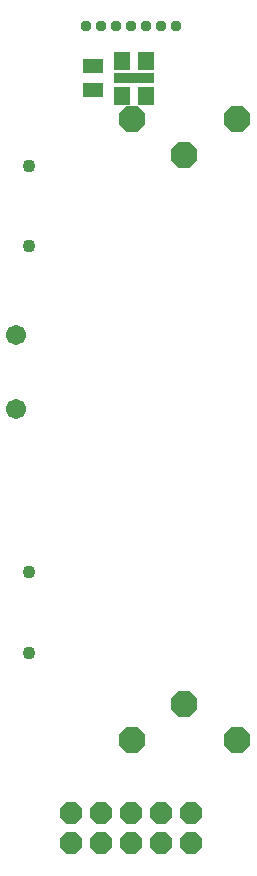
<source format=gbs>
G75*
%MOIN*%
%OFA0B0*%
%FSLAX25Y25*%
%IPPOS*%
%LPD*%
%AMOC8*
5,1,8,0,0,1.08239X$1,22.5*
%
%ADD10OC8,0.07400*%
%ADD11OC8,0.03360*%
%ADD12C,0.06706*%
%ADD13OC8,0.08600*%
%ADD14R,0.06800X0.04600*%
%ADD15R,0.13398X0.03556*%
%ADD16R,0.05328X0.05918*%
%ADD17C,0.04343*%
D10*
X0094504Y0066197D03*
X0094504Y0076197D03*
X0104504Y0076197D03*
X0104504Y0066197D03*
X0114504Y0066197D03*
X0114504Y0076197D03*
X0124504Y0076197D03*
X0124504Y0066197D03*
X0134504Y0066197D03*
X0134504Y0076197D03*
D11*
X0129504Y0338559D03*
X0124504Y0338559D03*
X0119504Y0338559D03*
X0114504Y0338559D03*
X0109504Y0338559D03*
X0104504Y0338559D03*
X0099504Y0338559D03*
D12*
X0076118Y0235567D03*
X0076118Y0210961D03*
D13*
X0114720Y0307535D03*
X0132220Y0295535D03*
X0149720Y0307535D03*
X0132220Y0112535D03*
X0114720Y0100535D03*
X0149720Y0100535D03*
D14*
X0101709Y0317097D03*
X0101709Y0325297D03*
D15*
X0115488Y0321197D03*
D16*
X0119524Y0315390D03*
X0111453Y0315390D03*
X0111453Y0327004D03*
X0119524Y0327004D03*
D17*
X0080449Y0129661D03*
X0080449Y0156433D03*
X0080252Y0265094D03*
X0080252Y0291866D03*
M02*

</source>
